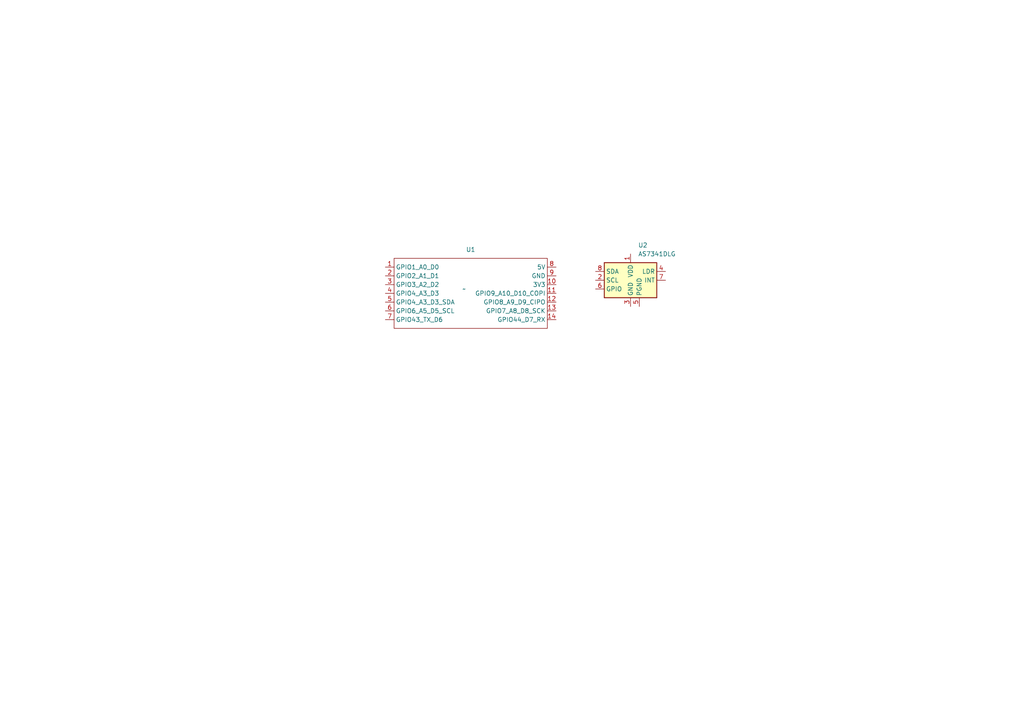
<source format=kicad_sch>
(kicad_sch (version 20230121) (generator eeschema)

  (uuid d87ac2f7-ecbc-483d-8f6f-0901371e7f0d)

  (paper "A4")

  (lib_symbols
    (symbol "Sensor_Optical:AS7341DLG" (in_bom yes) (on_board yes)
      (property "Reference" "U" (at -2.54 8.255 0)
        (effects (font (size 1.27 1.27)) (justify right))
      )
      (property "Value" "AS7341DLG" (at -2.54 6.35 0)
        (effects (font (size 1.27 1.27)) (justify right))
      )
      (property "Footprint" "Package_LGA:AMS_OLGA-8_2x3.1mm_P0.8mm" (at 3.81 -6.35 0)
        (effects (font (size 1.27 1.27)) (justify left) hide)
      )
      (property "Datasheet" "https://ams.com/documents/20143/36005/AS7341_DS000504_3-00.pdf" (at 3.81 -8.89 0)
        (effects (font (size 1.27 1.27)) (justify left) hide)
      )
      (property "ki_keywords" "11-Channel Spectral i2c optical color" (at 0 0 0)
        (effects (font (size 1.27 1.27)) hide)
      )
      (property "ki_description" "11-Channel Multi-Spectral Digital Sensor, OLGA-8" (at 0 0 0)
        (effects (font (size 1.27 1.27)) hide)
      )
      (property "ki_fp_filters" "AMS*OLGA*2x3.1mm*P0.8mm*" (at 0 0 0)
        (effects (font (size 1.27 1.27)) hide)
      )
      (symbol "AS7341DLG_0_1"
        (rectangle (start -7.62 5.08) (end 7.62 -5.08)
          (stroke (width 0.254) (type default))
          (fill (type background))
        )
      )
      (symbol "AS7341DLG_1_1"
        (pin power_in line (at 0 7.62 270) (length 2.54)
          (name "VDD" (effects (font (size 1.27 1.27))))
          (number "1" (effects (font (size 1.27 1.27))))
        )
        (pin input line (at -10.16 0 0) (length 2.54)
          (name "SCL" (effects (font (size 1.27 1.27))))
          (number "2" (effects (font (size 1.27 1.27))))
        )
        (pin power_in line (at 0 -7.62 90) (length 2.54)
          (name "GND" (effects (font (size 1.27 1.27))))
          (number "3" (effects (font (size 1.27 1.27))))
        )
        (pin passive line (at 10.16 2.54 180) (length 2.54)
          (name "LDR" (effects (font (size 1.27 1.27))))
          (number "4" (effects (font (size 1.27 1.27))))
        )
        (pin power_in line (at 2.54 -7.62 90) (length 2.54)
          (name "PGND" (effects (font (size 1.27 1.27))))
          (number "5" (effects (font (size 1.27 1.27))))
        )
        (pin input line (at -10.16 -2.54 0) (length 2.54)
          (name "GPIO" (effects (font (size 1.27 1.27))))
          (number "6" (effects (font (size 1.27 1.27))))
        )
        (pin open_collector line (at 10.16 0 180) (length 2.54)
          (name "INT" (effects (font (size 1.27 1.27))))
          (number "7" (effects (font (size 1.27 1.27))))
        )
        (pin bidirectional line (at -10.16 2.54 0) (length 2.54)
          (name "SDA" (effects (font (size 1.27 1.27))))
          (number "8" (effects (font (size 1.27 1.27))))
        )
      )
    )
    (symbol "XIAO_ESP32S3:XIAO_ESP32_SENSE" (in_bom yes) (on_board yes)
      (property "Reference" "U" (at 0 0 0)
        (effects (font (size 1.27 1.27)))
      )
      (property "Value" "" (at 0 0 0)
        (effects (font (size 1.27 1.27)))
      )
      (property "Footprint" "" (at 0 0 0)
        (effects (font (size 1.27 1.27)) hide)
      )
      (property "Datasheet" "" (at 0 0 0)
        (effects (font (size 1.27 1.27)) hide)
      )
      (symbol "XIAO_ESP32_SENSE_0_1"
        (polyline
          (pts
            (xy -20.32 8.89)
            (xy -20.32 -11.43)
            (xy 24.13 -11.43)
            (xy 24.13 8.89)
            (xy -20.32 8.89)
          )
          (stroke (width 0) (type default))
          (fill (type none))
        )
      )
      (symbol "XIAO_ESP32_SENSE_1_1"
        (pin bidirectional line (at -22.86 6.35 0) (length 2.54)
          (name "GPIO1_A0_D0" (effects (font (size 1.27 1.27))))
          (number "1" (effects (font (size 1.27 1.27))))
        )
        (pin bidirectional line (at 26.67 1.27 180) (length 2.54)
          (name "3V3" (effects (font (size 1.27 1.27))))
          (number "10" (effects (font (size 1.27 1.27))))
        )
        (pin bidirectional line (at 26.67 -1.27 180) (length 2.54)
          (name "GPIO9_A10_D10_COPI" (effects (font (size 1.27 1.27))))
          (number "11" (effects (font (size 1.27 1.27))))
        )
        (pin bidirectional line (at 26.67 -3.81 180) (length 2.54)
          (name "GPIO8_A9_D9_CIPO" (effects (font (size 1.27 1.27))))
          (number "12" (effects (font (size 1.27 1.27))))
        )
        (pin bidirectional line (at 26.67 -6.35 180) (length 2.54)
          (name "GPIO7_A8_D8_SCK" (effects (font (size 1.27 1.27))))
          (number "13" (effects (font (size 1.27 1.27))))
        )
        (pin bidirectional line (at 26.67 -8.89 180) (length 2.54)
          (name "GPIO44_D7_RX" (effects (font (size 1.27 1.27))))
          (number "14" (effects (font (size 1.27 1.27))))
        )
        (pin bidirectional line (at -22.86 3.81 0) (length 2.54)
          (name "GPIO2_A1_D1" (effects (font (size 1.27 1.27))))
          (number "2" (effects (font (size 1.27 1.27))))
        )
        (pin bidirectional line (at -22.86 1.27 0) (length 2.54)
          (name "GPIO3_A2_D2" (effects (font (size 1.27 1.27))))
          (number "3" (effects (font (size 1.27 1.27))))
        )
        (pin bidirectional line (at -22.86 -1.27 0) (length 2.54)
          (name "GPIO4_A3_D3" (effects (font (size 1.27 1.27))))
          (number "4" (effects (font (size 1.27 1.27))))
        )
        (pin bidirectional line (at -22.86 -3.81 0) (length 2.54)
          (name "GPIO4_A3_D3_SDA" (effects (font (size 1.27 1.27))))
          (number "5" (effects (font (size 1.27 1.27))))
        )
        (pin bidirectional line (at -22.86 -6.35 0) (length 2.54)
          (name "GPIO6_A5_D5_SCL" (effects (font (size 1.27 1.27))))
          (number "6" (effects (font (size 1.27 1.27))))
        )
        (pin bidirectional line (at -22.86 -8.89 0) (length 2.54)
          (name "GPIO43_TX_D6" (effects (font (size 1.27 1.27))))
          (number "7" (effects (font (size 1.27 1.27))))
        )
        (pin bidirectional line (at 26.67 6.35 180) (length 2.54)
          (name "5V" (effects (font (size 1.27 1.27))))
          (number "8" (effects (font (size 1.27 1.27))))
        )
        (pin bidirectional line (at 26.67 3.81 180) (length 2.54)
          (name "GND" (effects (font (size 1.27 1.27))))
          (number "9" (effects (font (size 1.27 1.27))))
        )
      )
    )
  )


  (symbol (lib_id "Sensor_Optical:AS7341DLG") (at 182.88 81.28 0) (unit 1)
    (in_bom yes) (on_board yes) (dnp no) (fields_autoplaced)
    (uuid 4f598629-be69-4004-b61e-b0cc00c137b8)
    (property "Reference" "U2" (at 185.0741 71.12 0)
      (effects (font (size 1.27 1.27)) (justify left))
    )
    (property "Value" "AS7341DLG" (at 185.0741 73.66 0)
      (effects (font (size 1.27 1.27)) (justify left))
    )
    (property "Footprint" "Package_LGA:AMS_OLGA-8_2x3.1mm_P0.8mm" (at 186.69 87.63 0)
      (effects (font (size 1.27 1.27)) (justify left) hide)
    )
    (property "Datasheet" "https://ams.com/documents/20143/36005/AS7341_DS000504_3-00.pdf" (at 186.69 90.17 0)
      (effects (font (size 1.27 1.27)) (justify left) hide)
    )
    (pin "6" (uuid ef160997-3a9b-4632-921b-a67c4e64d443))
    (pin "3" (uuid 7f39b3cd-8d07-483f-b8cc-5cd4d475c2c2))
    (pin "8" (uuid 1b7aca42-40b4-46a7-a031-881e5334fd81))
    (pin "1" (uuid 315895fd-56fc-460a-b6f3-65f8a7d0cf11))
    (pin "4" (uuid cb1733a7-956e-409c-b0c6-d1b29b2202b9))
    (pin "7" (uuid 50838259-61d4-456b-a108-038eb7fb3bf0))
    (pin "5" (uuid 1dd502af-2e16-4842-8f71-a29c3f3ccea0))
    (pin "2" (uuid 30209ef8-bfd8-45c0-9e27-b24f8bd97380))
    (instances
      (project "PCB Lab"
        (path "/d87ac2f7-ecbc-483d-8f6f-0901371e7f0d"
          (reference "U2") (unit 1)
        )
      )
    )
  )

  (symbol (lib_id "XIAO_ESP32S3:XIAO_ESP32_SENSE") (at 134.62 83.82 0) (unit 1)
    (in_bom yes) (on_board yes) (dnp no) (fields_autoplaced)
    (uuid ef3cc0c9-8c05-48a0-b4a4-dc46d1238d04)
    (property "Reference" "U1" (at 136.525 72.39 0)
      (effects (font (size 1.27 1.27)))
    )
    (property "Value" "~" (at 134.62 83.82 0)
      (effects (font (size 1.27 1.27)))
    )
    (property "Footprint" "" (at 134.62 83.82 0)
      (effects (font (size 1.27 1.27)) hide)
    )
    (property "Datasheet" "" (at 134.62 83.82 0)
      (effects (font (size 1.27 1.27)) hide)
    )
    (pin "14" (uuid e4f0db3d-7de2-4553-9c52-980718b82eea))
    (pin "3" (uuid 75f454d9-aaac-4547-a7e4-7b282b869f4d))
    (pin "6" (uuid 2e574437-921a-41be-84be-4707e97e36e9))
    (pin "11" (uuid 962c257c-5965-40a6-9e51-87b9a2a405af))
    (pin "10" (uuid 4d18d497-9636-44ba-936c-3fdb785d03d4))
    (pin "9" (uuid 6d91775e-1071-4726-8fd8-8866037b0613))
    (pin "1" (uuid aff0ca20-0300-484f-8745-c69e1cf5f517))
    (pin "13" (uuid e5b1cbf3-a6d7-41e6-9163-77981f107357))
    (pin "5" (uuid 6d0bb964-8006-4eec-8be7-8cd7d46e46a2))
    (pin "7" (uuid 9968c850-9776-4929-8180-4e52ebe983ce))
    (pin "12" (uuid 1c4f79e8-8d77-4f25-a731-18fe75894132))
    (pin "4" (uuid ebb5d292-314a-41b9-984c-d01c75cdf1f1))
    (pin "2" (uuid 4d7d3621-4d4e-49ab-86d4-2f650affe80a))
    (pin "8" (uuid bd7a56c8-012d-4dfb-b343-bc8940bab4cc))
    (instances
      (project "PCB Lab"
        (path "/d87ac2f7-ecbc-483d-8f6f-0901371e7f0d"
          (reference "U1") (unit 1)
        )
      )
    )
  )

  (sheet_instances
    (path "/" (page "1"))
  )
)

</source>
